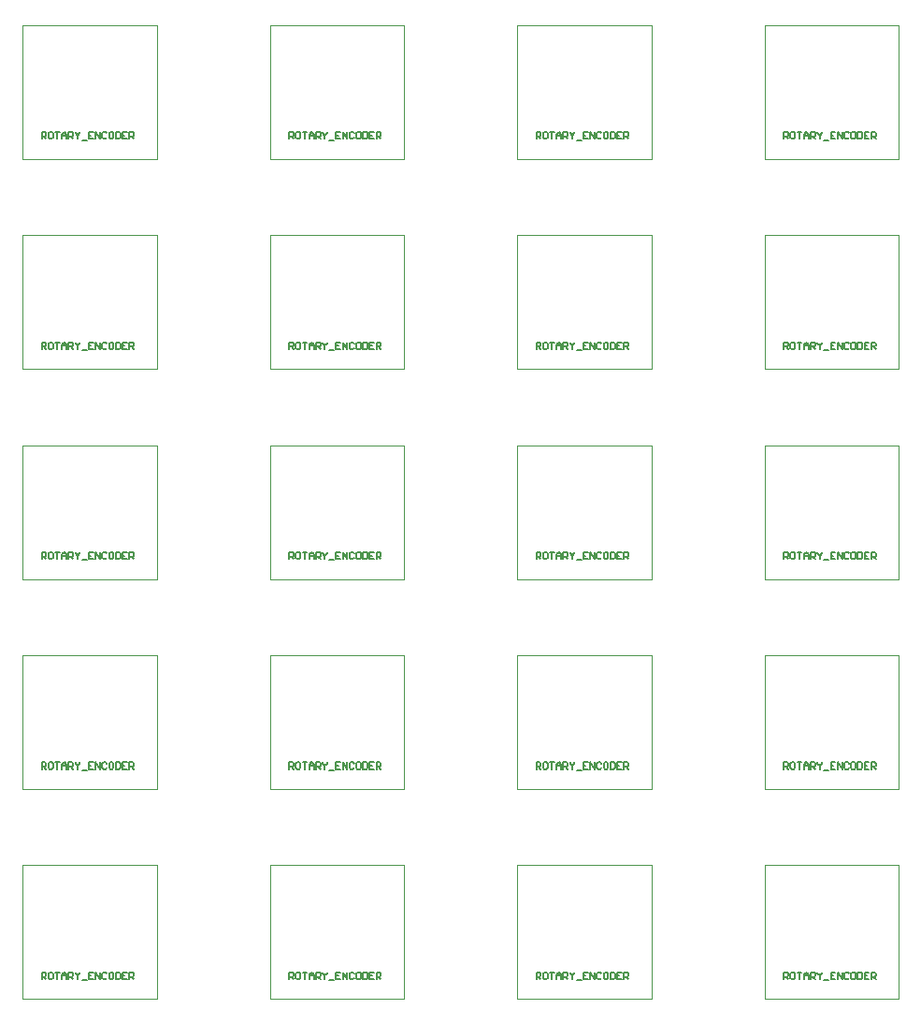
<source format=gbr>
%TF.GenerationSoftware,Altium Limited,Altium Designer,20.1.8 (145)*%
G04 Layer_Color=16777215*
%FSLAX45Y45*%
%MOMM*%
%TF.SameCoordinates,31433496-A159-4958-A2C2-D52C18178038*%
%TF.FilePolarity,Positive*%
%TF.FileFunction,Legend,Top*%
%TF.Part,CustomerPanel*%
G01*
G75*
%TA.AperFunction,NonConductor*%
%ADD32C,0.10160*%
%ADD35C,0.12700*%
D32*
X848360Y595500D02*
Y1805500D01*
X2063750D01*
X848360Y595500D02*
X2063750D01*
Y1805500D01*
X3088360Y595500D02*
Y1805500D01*
X4303750D01*
X3088360Y595500D02*
X4303750D01*
Y1805500D01*
X5328360Y595500D02*
Y1805500D01*
X6543750D01*
X5328360Y595500D02*
X6543750D01*
Y1805500D01*
X7568360Y595500D02*
Y1805500D01*
X8783750D01*
X7568360Y595500D02*
X8783750D01*
Y1805500D01*
X848360Y2495500D02*
Y3705500D01*
X2063750D01*
X848360Y2495500D02*
X2063750D01*
Y3705500D01*
X3088360Y2495500D02*
Y3705500D01*
X4303750D01*
X3088360Y2495500D02*
X4303750D01*
Y3705500D01*
X5328360Y2495500D02*
Y3705500D01*
X6543750D01*
X5328360Y2495500D02*
X6543750D01*
Y3705500D01*
X7568360Y2495500D02*
Y3705500D01*
X8783750D01*
X7568360Y2495500D02*
X8783750D01*
Y3705500D01*
X848360Y4395500D02*
Y5605500D01*
X2063750D01*
X848360Y4395500D02*
X2063750D01*
Y5605500D01*
X3088360Y4395500D02*
Y5605500D01*
X4303750D01*
X3088360Y4395500D02*
X4303750D01*
Y5605500D01*
X5328360Y4395500D02*
Y5605500D01*
X6543750D01*
X5328360Y4395500D02*
X6543750D01*
Y5605500D01*
X7568360Y4395500D02*
Y5605500D01*
X8783750D01*
X7568360Y4395500D02*
X8783750D01*
Y5605500D01*
X848360Y6295500D02*
Y7505500D01*
X2063750D01*
X848360Y6295500D02*
X2063750D01*
Y7505500D01*
X3088360Y6295500D02*
Y7505500D01*
X4303750D01*
X3088360Y6295500D02*
X4303750D01*
Y7505500D01*
X5328360Y6295500D02*
Y7505500D01*
X6543750D01*
X5328360Y6295500D02*
X6543750D01*
Y7505500D01*
X7568360Y6295500D02*
Y7505500D01*
X8783750D01*
X7568360Y6295500D02*
X8783750D01*
Y7505500D01*
X848360Y8195500D02*
Y9405500D01*
X2063750D01*
X848360Y8195500D02*
X2063750D01*
Y9405500D01*
X3088360Y8195500D02*
Y9405500D01*
X4303750D01*
X3088360Y8195500D02*
X4303750D01*
Y9405500D01*
X5328360Y8195500D02*
Y9405500D01*
X6543750D01*
X5328360Y8195500D02*
X6543750D01*
Y9405500D01*
X7568360Y8195500D02*
Y9405500D01*
X8783750D01*
X7568360Y8195500D02*
X8783750D01*
Y9405500D01*
D35*
X1021718Y775651D02*
Y836592D01*
X1052188D01*
X1062345Y826435D01*
Y806122D01*
X1052188Y795965D01*
X1021718D01*
X1042031D02*
X1062345Y775651D01*
X1113128Y836592D02*
X1092815D01*
X1082658Y826435D01*
Y785808D01*
X1092815Y775651D01*
X1113128D01*
X1123285Y785808D01*
Y826435D01*
X1113128Y836592D01*
X1143598D02*
X1184225D01*
X1163912D01*
Y775651D01*
X1204538D02*
Y816278D01*
X1224852Y836592D01*
X1245165Y816278D01*
Y775651D01*
Y806122D01*
X1204538D01*
X1265479Y775651D02*
Y836592D01*
X1295949D01*
X1306105Y826435D01*
Y806122D01*
X1295949Y795965D01*
X1265479D01*
X1285792D02*
X1306105Y775651D01*
X1326419Y836592D02*
Y826435D01*
X1346732Y806122D01*
X1367046Y826435D01*
Y836592D01*
X1346732Y806122D02*
Y775651D01*
X1387359Y765495D02*
X1427986D01*
X1488926Y836592D02*
X1448299D01*
Y775651D01*
X1488926D01*
X1448299Y806122D02*
X1468613D01*
X1509239Y775651D02*
Y836592D01*
X1549866Y775651D01*
Y836592D01*
X1610806Y826435D02*
X1600650Y836592D01*
X1580336D01*
X1570179Y826435D01*
Y785808D01*
X1580336Y775651D01*
X1600650D01*
X1610806Y785808D01*
X1661590Y836592D02*
X1641276D01*
X1631120Y826435D01*
Y785808D01*
X1641276Y775651D01*
X1661590D01*
X1671746Y785808D01*
Y826435D01*
X1661590Y836592D01*
X1692060D02*
Y775651D01*
X1722530D01*
X1732687Y785808D01*
Y826435D01*
X1722530Y836592D01*
X1692060D01*
X1793627D02*
X1753000D01*
Y775651D01*
X1793627D01*
X1753000Y806122D02*
X1773313D01*
X1813940Y775651D02*
Y836592D01*
X1844410D01*
X1854567Y826435D01*
Y806122D01*
X1844410Y795965D01*
X1813940D01*
X1834254D02*
X1854567Y775651D01*
X3261718D02*
Y836592D01*
X3292188D01*
X3302345Y826435D01*
Y806122D01*
X3292188Y795965D01*
X3261718D01*
X3282031D02*
X3302345Y775651D01*
X3353128Y836592D02*
X3332815D01*
X3322658Y826435D01*
Y785808D01*
X3332815Y775651D01*
X3353128D01*
X3363285Y785808D01*
Y826435D01*
X3353128Y836592D01*
X3383598D02*
X3424225D01*
X3403912D01*
Y775651D01*
X3444538D02*
Y816278D01*
X3464852Y836592D01*
X3485165Y816278D01*
Y775651D01*
Y806122D01*
X3444538D01*
X3505479Y775651D02*
Y836592D01*
X3535949D01*
X3546105Y826435D01*
Y806122D01*
X3535949Y795965D01*
X3505479D01*
X3525792D02*
X3546105Y775651D01*
X3566419Y836592D02*
Y826435D01*
X3586732Y806122D01*
X3607046Y826435D01*
Y836592D01*
X3586732Y806122D02*
Y775651D01*
X3627359Y765495D02*
X3667986D01*
X3728926Y836592D02*
X3688299D01*
Y775651D01*
X3728926D01*
X3688299Y806122D02*
X3708613D01*
X3749239Y775651D02*
Y836592D01*
X3789866Y775651D01*
Y836592D01*
X3850806Y826435D02*
X3840650Y836592D01*
X3820336D01*
X3810180Y826435D01*
Y785808D01*
X3820336Y775651D01*
X3840650D01*
X3850806Y785808D01*
X3901590Y836592D02*
X3881276D01*
X3871120Y826435D01*
Y785808D01*
X3881276Y775651D01*
X3901590D01*
X3911747Y785808D01*
Y826435D01*
X3901590Y836592D01*
X3932060D02*
Y775651D01*
X3962530D01*
X3972687Y785808D01*
Y826435D01*
X3962530Y836592D01*
X3932060D01*
X4033627D02*
X3993000D01*
Y775651D01*
X4033627D01*
X3993000Y806122D02*
X4013314D01*
X4053940Y775651D02*
Y836592D01*
X4084410D01*
X4094567Y826435D01*
Y806122D01*
X4084410Y795965D01*
X4053940D01*
X4074254D02*
X4094567Y775651D01*
X5501718D02*
Y836592D01*
X5532188D01*
X5542345Y826435D01*
Y806122D01*
X5532188Y795965D01*
X5501718D01*
X5522031D02*
X5542345Y775651D01*
X5593128Y836592D02*
X5572815D01*
X5562658Y826435D01*
Y785808D01*
X5572815Y775651D01*
X5593128D01*
X5603285Y785808D01*
Y826435D01*
X5593128Y836592D01*
X5623598D02*
X5664225D01*
X5643912D01*
Y775651D01*
X5684539D02*
Y816278D01*
X5704852Y836592D01*
X5725165Y816278D01*
Y775651D01*
Y806122D01*
X5684539D01*
X5745479Y775651D02*
Y836592D01*
X5775949D01*
X5786106Y826435D01*
Y806122D01*
X5775949Y795965D01*
X5745479D01*
X5765792D02*
X5786106Y775651D01*
X5806419Y836592D02*
Y826435D01*
X5826732Y806122D01*
X5847046Y826435D01*
Y836592D01*
X5826732Y806122D02*
Y775651D01*
X5867359Y765495D02*
X5907986D01*
X5968926Y836592D02*
X5928299D01*
Y775651D01*
X5968926D01*
X5928299Y806122D02*
X5948613D01*
X5989239Y775651D02*
Y836592D01*
X6029866Y775651D01*
Y836592D01*
X6090806Y826435D02*
X6080650Y836592D01*
X6060336D01*
X6050180Y826435D01*
Y785808D01*
X6060336Y775651D01*
X6080650D01*
X6090806Y785808D01*
X6141590Y836592D02*
X6121277D01*
X6111120Y826435D01*
Y785808D01*
X6121277Y775651D01*
X6141590D01*
X6151747Y785808D01*
Y826435D01*
X6141590Y836592D01*
X6172060D02*
Y775651D01*
X6202530D01*
X6212687Y785808D01*
Y826435D01*
X6202530Y836592D01*
X6172060D01*
X6273627D02*
X6233000D01*
Y775651D01*
X6273627D01*
X6233000Y806122D02*
X6253314D01*
X6293940Y775651D02*
Y836592D01*
X6324411D01*
X6334567Y826435D01*
Y806122D01*
X6324411Y795965D01*
X6293940D01*
X6314254D02*
X6334567Y775651D01*
X7741718D02*
Y836592D01*
X7772188D01*
X7782345Y826435D01*
Y806122D01*
X7772188Y795965D01*
X7741718D01*
X7762031D02*
X7782345Y775651D01*
X7833128Y836592D02*
X7812815D01*
X7802658Y826435D01*
Y785808D01*
X7812815Y775651D01*
X7833128D01*
X7843285Y785808D01*
Y826435D01*
X7833128Y836592D01*
X7863598D02*
X7904225D01*
X7883912D01*
Y775651D01*
X7924539D02*
Y816278D01*
X7944852Y836592D01*
X7965165Y816278D01*
Y775651D01*
Y806122D01*
X7924539D01*
X7985479Y775651D02*
Y836592D01*
X8015949D01*
X8026106Y826435D01*
Y806122D01*
X8015949Y795965D01*
X7985479D01*
X8005792D02*
X8026106Y775651D01*
X8046419Y836592D02*
Y826435D01*
X8066732Y806122D01*
X8087046Y826435D01*
Y836592D01*
X8066732Y806122D02*
Y775651D01*
X8107359Y765495D02*
X8147986D01*
X8208926Y836592D02*
X8168299D01*
Y775651D01*
X8208926D01*
X8168299Y806122D02*
X8188613D01*
X8229240Y775651D02*
Y836592D01*
X8269866Y775651D01*
Y836592D01*
X8330807Y826435D02*
X8320650Y836592D01*
X8300336D01*
X8290180Y826435D01*
Y785808D01*
X8300336Y775651D01*
X8320650D01*
X8330807Y785808D01*
X8381590Y836592D02*
X8361277D01*
X8351120Y826435D01*
Y785808D01*
X8361277Y775651D01*
X8381590D01*
X8391747Y785808D01*
Y826435D01*
X8381590Y836592D01*
X8412060D02*
Y775651D01*
X8442530D01*
X8452687Y785808D01*
Y826435D01*
X8442530Y836592D01*
X8412060D01*
X8513627D02*
X8473000D01*
Y775651D01*
X8513627D01*
X8473000Y806122D02*
X8493314D01*
X8533941Y775651D02*
Y836592D01*
X8564411D01*
X8574567Y826435D01*
Y806122D01*
X8564411Y795965D01*
X8533941D01*
X8554254D02*
X8574567Y775651D01*
X1021718Y2675651D02*
Y2736592D01*
X1052188D01*
X1062345Y2726435D01*
Y2706122D01*
X1052188Y2695965D01*
X1021718D01*
X1042031D02*
X1062345Y2675651D01*
X1113128Y2736592D02*
X1092815D01*
X1082658Y2726435D01*
Y2685808D01*
X1092815Y2675651D01*
X1113128D01*
X1123285Y2685808D01*
Y2726435D01*
X1113128Y2736592D01*
X1143598D02*
X1184225D01*
X1163912D01*
Y2675651D01*
X1204538D02*
Y2716278D01*
X1224852Y2736592D01*
X1245165Y2716278D01*
Y2675651D01*
Y2706122D01*
X1204538D01*
X1265479Y2675651D02*
Y2736592D01*
X1295949D01*
X1306105Y2726435D01*
Y2706122D01*
X1295949Y2695965D01*
X1265479D01*
X1285792D02*
X1306105Y2675651D01*
X1326419Y2736592D02*
Y2726435D01*
X1346732Y2706122D01*
X1367046Y2726435D01*
Y2736592D01*
X1346732Y2706122D02*
Y2675651D01*
X1387359Y2665495D02*
X1427986D01*
X1488926Y2736592D02*
X1448299D01*
Y2675651D01*
X1488926D01*
X1448299Y2706122D02*
X1468613D01*
X1509239Y2675651D02*
Y2736592D01*
X1549866Y2675651D01*
Y2736592D01*
X1610806Y2726435D02*
X1600650Y2736592D01*
X1580336D01*
X1570179Y2726435D01*
Y2685808D01*
X1580336Y2675651D01*
X1600650D01*
X1610806Y2685808D01*
X1661590Y2736592D02*
X1641276D01*
X1631120Y2726435D01*
Y2685808D01*
X1641276Y2675651D01*
X1661590D01*
X1671746Y2685808D01*
Y2726435D01*
X1661590Y2736592D01*
X1692060D02*
Y2675651D01*
X1722530D01*
X1732687Y2685808D01*
Y2726435D01*
X1722530Y2736592D01*
X1692060D01*
X1793627D02*
X1753000D01*
Y2675651D01*
X1793627D01*
X1753000Y2706122D02*
X1773313D01*
X1813940Y2675651D02*
Y2736592D01*
X1844410D01*
X1854567Y2726435D01*
Y2706122D01*
X1844410Y2695965D01*
X1813940D01*
X1834254D02*
X1854567Y2675651D01*
X3261718D02*
Y2736592D01*
X3292188D01*
X3302345Y2726435D01*
Y2706122D01*
X3292188Y2695965D01*
X3261718D01*
X3282031D02*
X3302345Y2675651D01*
X3353128Y2736592D02*
X3332815D01*
X3322658Y2726435D01*
Y2685808D01*
X3332815Y2675651D01*
X3353128D01*
X3363285Y2685808D01*
Y2726435D01*
X3353128Y2736592D01*
X3383598D02*
X3424225D01*
X3403912D01*
Y2675651D01*
X3444538D02*
Y2716278D01*
X3464852Y2736592D01*
X3485165Y2716278D01*
Y2675651D01*
Y2706122D01*
X3444538D01*
X3505479Y2675651D02*
Y2736592D01*
X3535949D01*
X3546105Y2726435D01*
Y2706122D01*
X3535949Y2695965D01*
X3505479D01*
X3525792D02*
X3546105Y2675651D01*
X3566419Y2736592D02*
Y2726435D01*
X3586732Y2706122D01*
X3607046Y2726435D01*
Y2736592D01*
X3586732Y2706122D02*
Y2675651D01*
X3627359Y2665495D02*
X3667986D01*
X3728926Y2736592D02*
X3688299D01*
Y2675651D01*
X3728926D01*
X3688299Y2706122D02*
X3708613D01*
X3749239Y2675651D02*
Y2736592D01*
X3789866Y2675651D01*
Y2736592D01*
X3850806Y2726435D02*
X3840650Y2736592D01*
X3820336D01*
X3810180Y2726435D01*
Y2685808D01*
X3820336Y2675651D01*
X3840650D01*
X3850806Y2685808D01*
X3901590Y2736592D02*
X3881276D01*
X3871120Y2726435D01*
Y2685808D01*
X3881276Y2675651D01*
X3901590D01*
X3911747Y2685808D01*
Y2726435D01*
X3901590Y2736592D01*
X3932060D02*
Y2675651D01*
X3962530D01*
X3972687Y2685808D01*
Y2726435D01*
X3962530Y2736592D01*
X3932060D01*
X4033627D02*
X3993000D01*
Y2675651D01*
X4033627D01*
X3993000Y2706122D02*
X4013314D01*
X4053940Y2675651D02*
Y2736592D01*
X4084410D01*
X4094567Y2726435D01*
Y2706122D01*
X4084410Y2695965D01*
X4053940D01*
X4074254D02*
X4094567Y2675651D01*
X5501718D02*
Y2736592D01*
X5532188D01*
X5542345Y2726435D01*
Y2706122D01*
X5532188Y2695965D01*
X5501718D01*
X5522031D02*
X5542345Y2675651D01*
X5593128Y2736592D02*
X5572815D01*
X5562658Y2726435D01*
Y2685808D01*
X5572815Y2675651D01*
X5593128D01*
X5603285Y2685808D01*
Y2726435D01*
X5593128Y2736592D01*
X5623598D02*
X5664225D01*
X5643912D01*
Y2675651D01*
X5684539D02*
Y2716278D01*
X5704852Y2736592D01*
X5725165Y2716278D01*
Y2675651D01*
Y2706122D01*
X5684539D01*
X5745479Y2675651D02*
Y2736592D01*
X5775949D01*
X5786106Y2726435D01*
Y2706122D01*
X5775949Y2695965D01*
X5745479D01*
X5765792D02*
X5786106Y2675651D01*
X5806419Y2736592D02*
Y2726435D01*
X5826732Y2706122D01*
X5847046Y2726435D01*
Y2736592D01*
X5826732Y2706122D02*
Y2675651D01*
X5867359Y2665495D02*
X5907986D01*
X5968926Y2736592D02*
X5928299D01*
Y2675651D01*
X5968926D01*
X5928299Y2706122D02*
X5948613D01*
X5989239Y2675651D02*
Y2736592D01*
X6029866Y2675651D01*
Y2736592D01*
X6090806Y2726435D02*
X6080650Y2736592D01*
X6060336D01*
X6050180Y2726435D01*
Y2685808D01*
X6060336Y2675651D01*
X6080650D01*
X6090806Y2685808D01*
X6141590Y2736592D02*
X6121277D01*
X6111120Y2726435D01*
Y2685808D01*
X6121277Y2675651D01*
X6141590D01*
X6151747Y2685808D01*
Y2726435D01*
X6141590Y2736592D01*
X6172060D02*
Y2675651D01*
X6202530D01*
X6212687Y2685808D01*
Y2726435D01*
X6202530Y2736592D01*
X6172060D01*
X6273627D02*
X6233000D01*
Y2675651D01*
X6273627D01*
X6233000Y2706122D02*
X6253314D01*
X6293940Y2675651D02*
Y2736592D01*
X6324411D01*
X6334567Y2726435D01*
Y2706122D01*
X6324411Y2695965D01*
X6293940D01*
X6314254D02*
X6334567Y2675651D01*
X7741718D02*
Y2736592D01*
X7772188D01*
X7782345Y2726435D01*
Y2706122D01*
X7772188Y2695965D01*
X7741718D01*
X7762031D02*
X7782345Y2675651D01*
X7833128Y2736592D02*
X7812815D01*
X7802658Y2726435D01*
Y2685808D01*
X7812815Y2675651D01*
X7833128D01*
X7843285Y2685808D01*
Y2726435D01*
X7833128Y2736592D01*
X7863598D02*
X7904225D01*
X7883912D01*
Y2675651D01*
X7924539D02*
Y2716278D01*
X7944852Y2736592D01*
X7965165Y2716278D01*
Y2675651D01*
Y2706122D01*
X7924539D01*
X7985479Y2675651D02*
Y2736592D01*
X8015949D01*
X8026106Y2726435D01*
Y2706122D01*
X8015949Y2695965D01*
X7985479D01*
X8005792D02*
X8026106Y2675651D01*
X8046419Y2736592D02*
Y2726435D01*
X8066732Y2706122D01*
X8087046Y2726435D01*
Y2736592D01*
X8066732Y2706122D02*
Y2675651D01*
X8107359Y2665495D02*
X8147986D01*
X8208926Y2736592D02*
X8168299D01*
Y2675651D01*
X8208926D01*
X8168299Y2706122D02*
X8188613D01*
X8229240Y2675651D02*
Y2736592D01*
X8269866Y2675651D01*
Y2736592D01*
X8330807Y2726435D02*
X8320650Y2736592D01*
X8300336D01*
X8290180Y2726435D01*
Y2685808D01*
X8300336Y2675651D01*
X8320650D01*
X8330807Y2685808D01*
X8381590Y2736592D02*
X8361277D01*
X8351120Y2726435D01*
Y2685808D01*
X8361277Y2675651D01*
X8381590D01*
X8391747Y2685808D01*
Y2726435D01*
X8381590Y2736592D01*
X8412060D02*
Y2675651D01*
X8442530D01*
X8452687Y2685808D01*
Y2726435D01*
X8442530Y2736592D01*
X8412060D01*
X8513627D02*
X8473000D01*
Y2675651D01*
X8513627D01*
X8473000Y2706122D02*
X8493314D01*
X8533941Y2675651D02*
Y2736592D01*
X8564411D01*
X8574567Y2726435D01*
Y2706122D01*
X8564411Y2695965D01*
X8533941D01*
X8554254D02*
X8574567Y2675651D01*
X1021718Y4575652D02*
Y4636592D01*
X1052188D01*
X1062345Y4626435D01*
Y4606122D01*
X1052188Y4595965D01*
X1021718D01*
X1042031D02*
X1062345Y4575652D01*
X1113128Y4636592D02*
X1092815D01*
X1082658Y4626435D01*
Y4585808D01*
X1092815Y4575652D01*
X1113128D01*
X1123285Y4585808D01*
Y4626435D01*
X1113128Y4636592D01*
X1143598D02*
X1184225D01*
X1163912D01*
Y4575652D01*
X1204538D02*
Y4616278D01*
X1224852Y4636592D01*
X1245165Y4616278D01*
Y4575652D01*
Y4606122D01*
X1204538D01*
X1265479Y4575652D02*
Y4636592D01*
X1295949D01*
X1306105Y4626435D01*
Y4606122D01*
X1295949Y4595965D01*
X1265479D01*
X1285792D02*
X1306105Y4575652D01*
X1326419Y4636592D02*
Y4626435D01*
X1346732Y4606122D01*
X1367046Y4626435D01*
Y4636592D01*
X1346732Y4606122D02*
Y4575652D01*
X1387359Y4565495D02*
X1427986D01*
X1488926Y4636592D02*
X1448299D01*
Y4575652D01*
X1488926D01*
X1448299Y4606122D02*
X1468613D01*
X1509239Y4575652D02*
Y4636592D01*
X1549866Y4575652D01*
Y4636592D01*
X1610806Y4626435D02*
X1600650Y4636592D01*
X1580336D01*
X1570179Y4626435D01*
Y4585808D01*
X1580336Y4575652D01*
X1600650D01*
X1610806Y4585808D01*
X1661590Y4636592D02*
X1641276D01*
X1631120Y4626435D01*
Y4585808D01*
X1641276Y4575652D01*
X1661590D01*
X1671746Y4585808D01*
Y4626435D01*
X1661590Y4636592D01*
X1692060D02*
Y4575652D01*
X1722530D01*
X1732687Y4585808D01*
Y4626435D01*
X1722530Y4636592D01*
X1692060D01*
X1793627D02*
X1753000D01*
Y4575652D01*
X1793627D01*
X1753000Y4606122D02*
X1773313D01*
X1813940Y4575652D02*
Y4636592D01*
X1844410D01*
X1854567Y4626435D01*
Y4606122D01*
X1844410Y4595965D01*
X1813940D01*
X1834254D02*
X1854567Y4575652D01*
X3261718D02*
Y4636592D01*
X3292188D01*
X3302345Y4626435D01*
Y4606122D01*
X3292188Y4595965D01*
X3261718D01*
X3282031D02*
X3302345Y4575652D01*
X3353128Y4636592D02*
X3332815D01*
X3322658Y4626435D01*
Y4585808D01*
X3332815Y4575652D01*
X3353128D01*
X3363285Y4585808D01*
Y4626435D01*
X3353128Y4636592D01*
X3383598D02*
X3424225D01*
X3403912D01*
Y4575652D01*
X3444538D02*
Y4616278D01*
X3464852Y4636592D01*
X3485165Y4616278D01*
Y4575652D01*
Y4606122D01*
X3444538D01*
X3505479Y4575652D02*
Y4636592D01*
X3535949D01*
X3546105Y4626435D01*
Y4606122D01*
X3535949Y4595965D01*
X3505479D01*
X3525792D02*
X3546105Y4575652D01*
X3566419Y4636592D02*
Y4626435D01*
X3586732Y4606122D01*
X3607046Y4626435D01*
Y4636592D01*
X3586732Y4606122D02*
Y4575652D01*
X3627359Y4565495D02*
X3667986D01*
X3728926Y4636592D02*
X3688299D01*
Y4575652D01*
X3728926D01*
X3688299Y4606122D02*
X3708613D01*
X3749239Y4575652D02*
Y4636592D01*
X3789866Y4575652D01*
Y4636592D01*
X3850806Y4626435D02*
X3840650Y4636592D01*
X3820336D01*
X3810180Y4626435D01*
Y4585808D01*
X3820336Y4575652D01*
X3840650D01*
X3850806Y4585808D01*
X3901590Y4636592D02*
X3881276D01*
X3871120Y4626435D01*
Y4585808D01*
X3881276Y4575652D01*
X3901590D01*
X3911747Y4585808D01*
Y4626435D01*
X3901590Y4636592D01*
X3932060D02*
Y4575652D01*
X3962530D01*
X3972687Y4585808D01*
Y4626435D01*
X3962530Y4636592D01*
X3932060D01*
X4033627D02*
X3993000D01*
Y4575652D01*
X4033627D01*
X3993000Y4606122D02*
X4013314D01*
X4053940Y4575652D02*
Y4636592D01*
X4084410D01*
X4094567Y4626435D01*
Y4606122D01*
X4084410Y4595965D01*
X4053940D01*
X4074254D02*
X4094567Y4575652D01*
X5501718D02*
Y4636592D01*
X5532188D01*
X5542345Y4626435D01*
Y4606122D01*
X5532188Y4595965D01*
X5501718D01*
X5522031D02*
X5542345Y4575652D01*
X5593128Y4636592D02*
X5572815D01*
X5562658Y4626435D01*
Y4585808D01*
X5572815Y4575652D01*
X5593128D01*
X5603285Y4585808D01*
Y4626435D01*
X5593128Y4636592D01*
X5623598D02*
X5664225D01*
X5643912D01*
Y4575652D01*
X5684539D02*
Y4616278D01*
X5704852Y4636592D01*
X5725165Y4616278D01*
Y4575652D01*
Y4606122D01*
X5684539D01*
X5745479Y4575652D02*
Y4636592D01*
X5775949D01*
X5786106Y4626435D01*
Y4606122D01*
X5775949Y4595965D01*
X5745479D01*
X5765792D02*
X5786106Y4575652D01*
X5806419Y4636592D02*
Y4626435D01*
X5826732Y4606122D01*
X5847046Y4626435D01*
Y4636592D01*
X5826732Y4606122D02*
Y4575652D01*
X5867359Y4565495D02*
X5907986D01*
X5968926Y4636592D02*
X5928299D01*
Y4575652D01*
X5968926D01*
X5928299Y4606122D02*
X5948613D01*
X5989239Y4575652D02*
Y4636592D01*
X6029866Y4575652D01*
Y4636592D01*
X6090806Y4626435D02*
X6080650Y4636592D01*
X6060336D01*
X6050180Y4626435D01*
Y4585808D01*
X6060336Y4575652D01*
X6080650D01*
X6090806Y4585808D01*
X6141590Y4636592D02*
X6121277D01*
X6111120Y4626435D01*
Y4585808D01*
X6121277Y4575652D01*
X6141590D01*
X6151747Y4585808D01*
Y4626435D01*
X6141590Y4636592D01*
X6172060D02*
Y4575652D01*
X6202530D01*
X6212687Y4585808D01*
Y4626435D01*
X6202530Y4636592D01*
X6172060D01*
X6273627D02*
X6233000D01*
Y4575652D01*
X6273627D01*
X6233000Y4606122D02*
X6253314D01*
X6293940Y4575652D02*
Y4636592D01*
X6324411D01*
X6334567Y4626435D01*
Y4606122D01*
X6324411Y4595965D01*
X6293940D01*
X6314254D02*
X6334567Y4575652D01*
X7741718D02*
Y4636592D01*
X7772188D01*
X7782345Y4626435D01*
Y4606122D01*
X7772188Y4595965D01*
X7741718D01*
X7762031D02*
X7782345Y4575652D01*
X7833128Y4636592D02*
X7812815D01*
X7802658Y4626435D01*
Y4585808D01*
X7812815Y4575652D01*
X7833128D01*
X7843285Y4585808D01*
Y4626435D01*
X7833128Y4636592D01*
X7863598D02*
X7904225D01*
X7883912D01*
Y4575652D01*
X7924539D02*
Y4616278D01*
X7944852Y4636592D01*
X7965165Y4616278D01*
Y4575652D01*
Y4606122D01*
X7924539D01*
X7985479Y4575652D02*
Y4636592D01*
X8015949D01*
X8026106Y4626435D01*
Y4606122D01*
X8015949Y4595965D01*
X7985479D01*
X8005792D02*
X8026106Y4575652D01*
X8046419Y4636592D02*
Y4626435D01*
X8066732Y4606122D01*
X8087046Y4626435D01*
Y4636592D01*
X8066732Y4606122D02*
Y4575652D01*
X8107359Y4565495D02*
X8147986D01*
X8208926Y4636592D02*
X8168299D01*
Y4575652D01*
X8208926D01*
X8168299Y4606122D02*
X8188613D01*
X8229240Y4575652D02*
Y4636592D01*
X8269866Y4575652D01*
Y4636592D01*
X8330807Y4626435D02*
X8320650Y4636592D01*
X8300336D01*
X8290180Y4626435D01*
Y4585808D01*
X8300336Y4575652D01*
X8320650D01*
X8330807Y4585808D01*
X8381590Y4636592D02*
X8361277D01*
X8351120Y4626435D01*
Y4585808D01*
X8361277Y4575652D01*
X8381590D01*
X8391747Y4585808D01*
Y4626435D01*
X8381590Y4636592D01*
X8412060D02*
Y4575652D01*
X8442530D01*
X8452687Y4585808D01*
Y4626435D01*
X8442530Y4636592D01*
X8412060D01*
X8513627D02*
X8473000D01*
Y4575652D01*
X8513627D01*
X8473000Y4606122D02*
X8493314D01*
X8533941Y4575652D02*
Y4636592D01*
X8564411D01*
X8574567Y4626435D01*
Y4606122D01*
X8564411Y4595965D01*
X8533941D01*
X8554254D02*
X8574567Y4575652D01*
X1021718Y6475652D02*
Y6536592D01*
X1052188D01*
X1062345Y6526435D01*
Y6506122D01*
X1052188Y6495965D01*
X1021718D01*
X1042031D02*
X1062345Y6475652D01*
X1113128Y6536592D02*
X1092815D01*
X1082658Y6526435D01*
Y6485808D01*
X1092815Y6475652D01*
X1113128D01*
X1123285Y6485808D01*
Y6526435D01*
X1113128Y6536592D01*
X1143598D02*
X1184225D01*
X1163912D01*
Y6475652D01*
X1204538D02*
Y6516278D01*
X1224852Y6536592D01*
X1245165Y6516278D01*
Y6475652D01*
Y6506122D01*
X1204538D01*
X1265479Y6475652D02*
Y6536592D01*
X1295949D01*
X1306105Y6526435D01*
Y6506122D01*
X1295949Y6495965D01*
X1265479D01*
X1285792D02*
X1306105Y6475652D01*
X1326419Y6536592D02*
Y6526435D01*
X1346732Y6506122D01*
X1367046Y6526435D01*
Y6536592D01*
X1346732Y6506122D02*
Y6475652D01*
X1387359Y6465495D02*
X1427986D01*
X1488926Y6536592D02*
X1448299D01*
Y6475652D01*
X1488926D01*
X1448299Y6506122D02*
X1468613D01*
X1509239Y6475652D02*
Y6536592D01*
X1549866Y6475652D01*
Y6536592D01*
X1610806Y6526435D02*
X1600650Y6536592D01*
X1580336D01*
X1570179Y6526435D01*
Y6485808D01*
X1580336Y6475652D01*
X1600650D01*
X1610806Y6485808D01*
X1661590Y6536592D02*
X1641276D01*
X1631120Y6526435D01*
Y6485808D01*
X1641276Y6475652D01*
X1661590D01*
X1671746Y6485808D01*
Y6526435D01*
X1661590Y6536592D01*
X1692060D02*
Y6475652D01*
X1722530D01*
X1732687Y6485808D01*
Y6526435D01*
X1722530Y6536592D01*
X1692060D01*
X1793627D02*
X1753000D01*
Y6475652D01*
X1793627D01*
X1753000Y6506122D02*
X1773313D01*
X1813940Y6475652D02*
Y6536592D01*
X1844410D01*
X1854567Y6526435D01*
Y6506122D01*
X1844410Y6495965D01*
X1813940D01*
X1834254D02*
X1854567Y6475652D01*
X3261718D02*
Y6536592D01*
X3292188D01*
X3302345Y6526435D01*
Y6506122D01*
X3292188Y6495965D01*
X3261718D01*
X3282031D02*
X3302345Y6475652D01*
X3353128Y6536592D02*
X3332815D01*
X3322658Y6526435D01*
Y6485808D01*
X3332815Y6475652D01*
X3353128D01*
X3363285Y6485808D01*
Y6526435D01*
X3353128Y6536592D01*
X3383598D02*
X3424225D01*
X3403912D01*
Y6475652D01*
X3444538D02*
Y6516278D01*
X3464852Y6536592D01*
X3485165Y6516278D01*
Y6475652D01*
Y6506122D01*
X3444538D01*
X3505479Y6475652D02*
Y6536592D01*
X3535949D01*
X3546105Y6526435D01*
Y6506122D01*
X3535949Y6495965D01*
X3505479D01*
X3525792D02*
X3546105Y6475652D01*
X3566419Y6536592D02*
Y6526435D01*
X3586732Y6506122D01*
X3607046Y6526435D01*
Y6536592D01*
X3586732Y6506122D02*
Y6475652D01*
X3627359Y6465495D02*
X3667986D01*
X3728926Y6536592D02*
X3688299D01*
Y6475652D01*
X3728926D01*
X3688299Y6506122D02*
X3708613D01*
X3749239Y6475652D02*
Y6536592D01*
X3789866Y6475652D01*
Y6536592D01*
X3850806Y6526435D02*
X3840650Y6536592D01*
X3820336D01*
X3810180Y6526435D01*
Y6485808D01*
X3820336Y6475652D01*
X3840650D01*
X3850806Y6485808D01*
X3901590Y6536592D02*
X3881276D01*
X3871120Y6526435D01*
Y6485808D01*
X3881276Y6475652D01*
X3901590D01*
X3911747Y6485808D01*
Y6526435D01*
X3901590Y6536592D01*
X3932060D02*
Y6475652D01*
X3962530D01*
X3972687Y6485808D01*
Y6526435D01*
X3962530Y6536592D01*
X3932060D01*
X4033627D02*
X3993000D01*
Y6475652D01*
X4033627D01*
X3993000Y6506122D02*
X4013314D01*
X4053940Y6475652D02*
Y6536592D01*
X4084410D01*
X4094567Y6526435D01*
Y6506122D01*
X4084410Y6495965D01*
X4053940D01*
X4074254D02*
X4094567Y6475652D01*
X5501718D02*
Y6536592D01*
X5532188D01*
X5542345Y6526435D01*
Y6506122D01*
X5532188Y6495965D01*
X5501718D01*
X5522031D02*
X5542345Y6475652D01*
X5593128Y6536592D02*
X5572815D01*
X5562658Y6526435D01*
Y6485808D01*
X5572815Y6475652D01*
X5593128D01*
X5603285Y6485808D01*
Y6526435D01*
X5593128Y6536592D01*
X5623598D02*
X5664225D01*
X5643912D01*
Y6475652D01*
X5684539D02*
Y6516278D01*
X5704852Y6536592D01*
X5725165Y6516278D01*
Y6475652D01*
Y6506122D01*
X5684539D01*
X5745479Y6475652D02*
Y6536592D01*
X5775949D01*
X5786106Y6526435D01*
Y6506122D01*
X5775949Y6495965D01*
X5745479D01*
X5765792D02*
X5786106Y6475652D01*
X5806419Y6536592D02*
Y6526435D01*
X5826732Y6506122D01*
X5847046Y6526435D01*
Y6536592D01*
X5826732Y6506122D02*
Y6475652D01*
X5867359Y6465495D02*
X5907986D01*
X5968926Y6536592D02*
X5928299D01*
Y6475652D01*
X5968926D01*
X5928299Y6506122D02*
X5948613D01*
X5989239Y6475652D02*
Y6536592D01*
X6029866Y6475652D01*
Y6536592D01*
X6090806Y6526435D02*
X6080650Y6536592D01*
X6060336D01*
X6050180Y6526435D01*
Y6485808D01*
X6060336Y6475652D01*
X6080650D01*
X6090806Y6485808D01*
X6141590Y6536592D02*
X6121277D01*
X6111120Y6526435D01*
Y6485808D01*
X6121277Y6475652D01*
X6141590D01*
X6151747Y6485808D01*
Y6526435D01*
X6141590Y6536592D01*
X6172060D02*
Y6475652D01*
X6202530D01*
X6212687Y6485808D01*
Y6526435D01*
X6202530Y6536592D01*
X6172060D01*
X6273627D02*
X6233000D01*
Y6475652D01*
X6273627D01*
X6233000Y6506122D02*
X6253314D01*
X6293940Y6475652D02*
Y6536592D01*
X6324411D01*
X6334567Y6526435D01*
Y6506122D01*
X6324411Y6495965D01*
X6293940D01*
X6314254D02*
X6334567Y6475652D01*
X7741718D02*
Y6536592D01*
X7772188D01*
X7782345Y6526435D01*
Y6506122D01*
X7772188Y6495965D01*
X7741718D01*
X7762031D02*
X7782345Y6475652D01*
X7833128Y6536592D02*
X7812815D01*
X7802658Y6526435D01*
Y6485808D01*
X7812815Y6475652D01*
X7833128D01*
X7843285Y6485808D01*
Y6526435D01*
X7833128Y6536592D01*
X7863598D02*
X7904225D01*
X7883912D01*
Y6475652D01*
X7924539D02*
Y6516278D01*
X7944852Y6536592D01*
X7965165Y6516278D01*
Y6475652D01*
Y6506122D01*
X7924539D01*
X7985479Y6475652D02*
Y6536592D01*
X8015949D01*
X8026106Y6526435D01*
Y6506122D01*
X8015949Y6495965D01*
X7985479D01*
X8005792D02*
X8026106Y6475652D01*
X8046419Y6536592D02*
Y6526435D01*
X8066732Y6506122D01*
X8087046Y6526435D01*
Y6536592D01*
X8066732Y6506122D02*
Y6475652D01*
X8107359Y6465495D02*
X8147986D01*
X8208926Y6536592D02*
X8168299D01*
Y6475652D01*
X8208926D01*
X8168299Y6506122D02*
X8188613D01*
X8229240Y6475652D02*
Y6536592D01*
X8269866Y6475652D01*
Y6536592D01*
X8330807Y6526435D02*
X8320650Y6536592D01*
X8300336D01*
X8290180Y6526435D01*
Y6485808D01*
X8300336Y6475652D01*
X8320650D01*
X8330807Y6485808D01*
X8381590Y6536592D02*
X8361277D01*
X8351120Y6526435D01*
Y6485808D01*
X8361277Y6475652D01*
X8381590D01*
X8391747Y6485808D01*
Y6526435D01*
X8381590Y6536592D01*
X8412060D02*
Y6475652D01*
X8442530D01*
X8452687Y6485808D01*
Y6526435D01*
X8442530Y6536592D01*
X8412060D01*
X8513627D02*
X8473000D01*
Y6475652D01*
X8513627D01*
X8473000Y6506122D02*
X8493314D01*
X8533941Y6475652D02*
Y6536592D01*
X8564411D01*
X8574567Y6526435D01*
Y6506122D01*
X8564411Y6495965D01*
X8533941D01*
X8554254D02*
X8574567Y6475652D01*
X1021718Y8375652D02*
Y8436592D01*
X1052188D01*
X1062345Y8426435D01*
Y8406122D01*
X1052188Y8395965D01*
X1021718D01*
X1042031D02*
X1062345Y8375652D01*
X1113128Y8436592D02*
X1092815D01*
X1082658Y8426435D01*
Y8385808D01*
X1092815Y8375652D01*
X1113128D01*
X1123285Y8385808D01*
Y8426435D01*
X1113128Y8436592D01*
X1143598D02*
X1184225D01*
X1163912D01*
Y8375652D01*
X1204538D02*
Y8416278D01*
X1224852Y8436592D01*
X1245165Y8416278D01*
Y8375652D01*
Y8406122D01*
X1204538D01*
X1265479Y8375652D02*
Y8436592D01*
X1295949D01*
X1306105Y8426435D01*
Y8406122D01*
X1295949Y8395965D01*
X1265479D01*
X1285792D02*
X1306105Y8375652D01*
X1326419Y8436592D02*
Y8426435D01*
X1346732Y8406122D01*
X1367046Y8426435D01*
Y8436592D01*
X1346732Y8406122D02*
Y8375652D01*
X1387359Y8365495D02*
X1427986D01*
X1488926Y8436592D02*
X1448299D01*
Y8375652D01*
X1488926D01*
X1448299Y8406122D02*
X1468613D01*
X1509239Y8375652D02*
Y8436592D01*
X1549866Y8375652D01*
Y8436592D01*
X1610806Y8426435D02*
X1600650Y8436592D01*
X1580336D01*
X1570179Y8426435D01*
Y8385808D01*
X1580336Y8375652D01*
X1600650D01*
X1610806Y8385808D01*
X1661590Y8436592D02*
X1641276D01*
X1631120Y8426435D01*
Y8385808D01*
X1641276Y8375652D01*
X1661590D01*
X1671746Y8385808D01*
Y8426435D01*
X1661590Y8436592D01*
X1692060D02*
Y8375652D01*
X1722530D01*
X1732687Y8385808D01*
Y8426435D01*
X1722530Y8436592D01*
X1692060D01*
X1793627D02*
X1753000D01*
Y8375652D01*
X1793627D01*
X1753000Y8406122D02*
X1773313D01*
X1813940Y8375652D02*
Y8436592D01*
X1844410D01*
X1854567Y8426435D01*
Y8406122D01*
X1844410Y8395965D01*
X1813940D01*
X1834254D02*
X1854567Y8375652D01*
X3261718D02*
Y8436592D01*
X3292188D01*
X3302345Y8426435D01*
Y8406122D01*
X3292188Y8395965D01*
X3261718D01*
X3282031D02*
X3302345Y8375652D01*
X3353128Y8436592D02*
X3332815D01*
X3322658Y8426435D01*
Y8385808D01*
X3332815Y8375652D01*
X3353128D01*
X3363285Y8385808D01*
Y8426435D01*
X3353128Y8436592D01*
X3383598D02*
X3424225D01*
X3403912D01*
Y8375652D01*
X3444538D02*
Y8416278D01*
X3464852Y8436592D01*
X3485165Y8416278D01*
Y8375652D01*
Y8406122D01*
X3444538D01*
X3505479Y8375652D02*
Y8436592D01*
X3535949D01*
X3546105Y8426435D01*
Y8406122D01*
X3535949Y8395965D01*
X3505479D01*
X3525792D02*
X3546105Y8375652D01*
X3566419Y8436592D02*
Y8426435D01*
X3586732Y8406122D01*
X3607046Y8426435D01*
Y8436592D01*
X3586732Y8406122D02*
Y8375652D01*
X3627359Y8365495D02*
X3667986D01*
X3728926Y8436592D02*
X3688299D01*
Y8375652D01*
X3728926D01*
X3688299Y8406122D02*
X3708613D01*
X3749239Y8375652D02*
Y8436592D01*
X3789866Y8375652D01*
Y8436592D01*
X3850806Y8426435D02*
X3840650Y8436592D01*
X3820336D01*
X3810180Y8426435D01*
Y8385808D01*
X3820336Y8375652D01*
X3840650D01*
X3850806Y8385808D01*
X3901590Y8436592D02*
X3881276D01*
X3871120Y8426435D01*
Y8385808D01*
X3881276Y8375652D01*
X3901590D01*
X3911747Y8385808D01*
Y8426435D01*
X3901590Y8436592D01*
X3932060D02*
Y8375652D01*
X3962530D01*
X3972687Y8385808D01*
Y8426435D01*
X3962530Y8436592D01*
X3932060D01*
X4033627D02*
X3993000D01*
Y8375652D01*
X4033627D01*
X3993000Y8406122D02*
X4013314D01*
X4053940Y8375652D02*
Y8436592D01*
X4084410D01*
X4094567Y8426435D01*
Y8406122D01*
X4084410Y8395965D01*
X4053940D01*
X4074254D02*
X4094567Y8375652D01*
X5501718D02*
Y8436592D01*
X5532188D01*
X5542345Y8426435D01*
Y8406122D01*
X5532188Y8395965D01*
X5501718D01*
X5522031D02*
X5542345Y8375652D01*
X5593128Y8436592D02*
X5572815D01*
X5562658Y8426435D01*
Y8385808D01*
X5572815Y8375652D01*
X5593128D01*
X5603285Y8385808D01*
Y8426435D01*
X5593128Y8436592D01*
X5623598D02*
X5664225D01*
X5643912D01*
Y8375652D01*
X5684539D02*
Y8416278D01*
X5704852Y8436592D01*
X5725165Y8416278D01*
Y8375652D01*
Y8406122D01*
X5684539D01*
X5745479Y8375652D02*
Y8436592D01*
X5775949D01*
X5786106Y8426435D01*
Y8406122D01*
X5775949Y8395965D01*
X5745479D01*
X5765792D02*
X5786106Y8375652D01*
X5806419Y8436592D02*
Y8426435D01*
X5826732Y8406122D01*
X5847046Y8426435D01*
Y8436592D01*
X5826732Y8406122D02*
Y8375652D01*
X5867359Y8365495D02*
X5907986D01*
X5968926Y8436592D02*
X5928299D01*
Y8375652D01*
X5968926D01*
X5928299Y8406122D02*
X5948613D01*
X5989239Y8375652D02*
Y8436592D01*
X6029866Y8375652D01*
Y8436592D01*
X6090806Y8426435D02*
X6080650Y8436592D01*
X6060336D01*
X6050180Y8426435D01*
Y8385808D01*
X6060336Y8375652D01*
X6080650D01*
X6090806Y8385808D01*
X6141590Y8436592D02*
X6121277D01*
X6111120Y8426435D01*
Y8385808D01*
X6121277Y8375652D01*
X6141590D01*
X6151747Y8385808D01*
Y8426435D01*
X6141590Y8436592D01*
X6172060D02*
Y8375652D01*
X6202530D01*
X6212687Y8385808D01*
Y8426435D01*
X6202530Y8436592D01*
X6172060D01*
X6273627D02*
X6233000D01*
Y8375652D01*
X6273627D01*
X6233000Y8406122D02*
X6253314D01*
X6293940Y8375652D02*
Y8436592D01*
X6324411D01*
X6334567Y8426435D01*
Y8406122D01*
X6324411Y8395965D01*
X6293940D01*
X6314254D02*
X6334567Y8375652D01*
X7741718D02*
Y8436592D01*
X7772188D01*
X7782345Y8426435D01*
Y8406122D01*
X7772188Y8395965D01*
X7741718D01*
X7762031D02*
X7782345Y8375652D01*
X7833128Y8436592D02*
X7812815D01*
X7802658Y8426435D01*
Y8385808D01*
X7812815Y8375652D01*
X7833128D01*
X7843285Y8385808D01*
Y8426435D01*
X7833128Y8436592D01*
X7863598D02*
X7904225D01*
X7883912D01*
Y8375652D01*
X7924539D02*
Y8416278D01*
X7944852Y8436592D01*
X7965165Y8416278D01*
Y8375652D01*
Y8406122D01*
X7924539D01*
X7985479Y8375652D02*
Y8436592D01*
X8015949D01*
X8026106Y8426435D01*
Y8406122D01*
X8015949Y8395965D01*
X7985479D01*
X8005792D02*
X8026106Y8375652D01*
X8046419Y8436592D02*
Y8426435D01*
X8066732Y8406122D01*
X8087046Y8426435D01*
Y8436592D01*
X8066732Y8406122D02*
Y8375652D01*
X8107359Y8365495D02*
X8147986D01*
X8208926Y8436592D02*
X8168299D01*
Y8375652D01*
X8208926D01*
X8168299Y8406122D02*
X8188613D01*
X8229240Y8375652D02*
Y8436592D01*
X8269866Y8375652D01*
Y8436592D01*
X8330807Y8426435D02*
X8320650Y8436592D01*
X8300336D01*
X8290180Y8426435D01*
Y8385808D01*
X8300336Y8375652D01*
X8320650D01*
X8330807Y8385808D01*
X8381590Y8436592D02*
X8361277D01*
X8351120Y8426435D01*
Y8385808D01*
X8361277Y8375652D01*
X8381590D01*
X8391747Y8385808D01*
Y8426435D01*
X8381590Y8436592D01*
X8412060D02*
Y8375652D01*
X8442530D01*
X8452687Y8385808D01*
Y8426435D01*
X8442530Y8436592D01*
X8412060D01*
X8513627D02*
X8473000D01*
Y8375652D01*
X8513627D01*
X8473000Y8406122D02*
X8493314D01*
X8533941Y8375652D02*
Y8436592D01*
X8564411D01*
X8574567Y8426435D01*
Y8406122D01*
X8564411Y8395965D01*
X8533941D01*
X8554254D02*
X8574567Y8375652D01*
%TF.MD5,c8f12716953f03d5d5e6cb8e1f636c97*%
M02*

</source>
